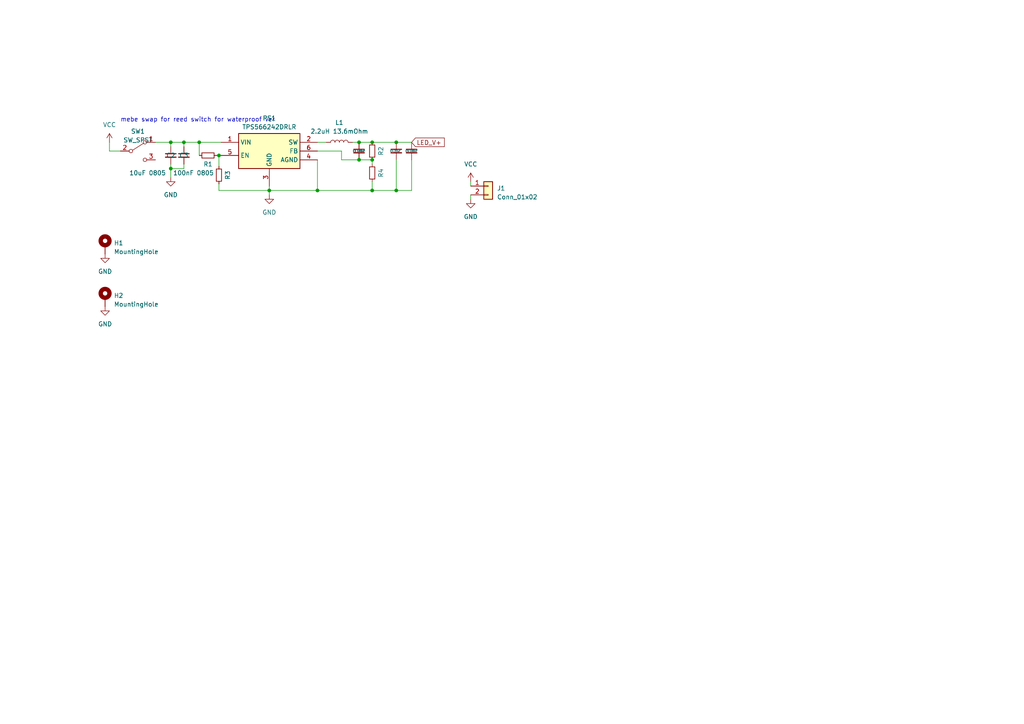
<source format=kicad_sch>
(kicad_sch (version 20230121) (generator eeschema)
  (paper "A4")
  (lib_symbols
    (symbol "Connector_Generic:Conn_01x02" (pin_names (offset 1.016) hide)
      (property "Reference" "J" (at 0 2.54 0))
      (property "Value" "Conn_01x02" (at 0 -5.08 0))
      (symbol "Conn_01x02_1_1"
        (rectangle (start -1.27 -2.413) (end 0 -2.667) (stroke (width 0.1524)))
        (rectangle (start -1.27 0.127) (end 0 -0.127) (stroke (width 0.1524)))
        (rectangle (start -1.27 1.27) (end 1.27 -3.81) (stroke (width 0.254)) (fill (type background)))
        (pin passive line (at -5.08 0 0) (length 3.81) (name "Pin_1") (number "1"))
        (pin passive line (at -5.08 -2.54 0) (length 3.81) (name "Pin_2") (number "2"))
      )
    )
    (symbol "Device:C_Small" (pin_numbers hide) (pin_names (offset 0.254) hide)
      (property "Reference" "C" (at 0.254 1.778 0))
      (property "Value" "C_Small" (at 0.254 -2.032 0))
      (symbol "C_Small_0_1"
        (polyline (pts (xy -1.524 -0.508) (xy 1.524 -0.508)) (stroke (width 0.3302)))
        (polyline (pts (xy -1.524 0.508) (xy 1.524 0.508)) (stroke (width 0.3048)))
      )
      (symbol "C_Small_1_1"
        (pin passive line (at 0 2.54 270) (length 2.032) (name "~") (number "1"))
        (pin passive line (at 0 -2.54 90) (length 2.032) (name "~") (number "2"))
      )
    )
    (symbol "Device:L" (pin_numbers hide) (pin_names (offset 1.016) hide)
      (property "Reference" "L" (at -1.27 0 90))
      (property "Value" "L" (at 1.905 0 90))
      (symbol "L_0_1"
        (arc (start 0 -2.54) (mid 0.6323 -1.905) (end 0 -1.27))
        (arc (start 0 -1.27) (mid 0.6323 -0.635) (end 0 0))
        (arc (start 0 0) (mid 0.6323 0.635) (end 0 1.27))
        (arc (start 0 1.27) (mid 0.6323 1.905) (end 0 2.54))
      )
      (symbol "L_1_1"
        (pin passive line (at 0 3.81 270) (length 1.27) (name "1") (number "1"))
        (pin passive line (at 0 -3.81 90) (length 1.27) (name "2") (number "2"))
      )
    )
    (symbol "Device:R_Small" (pin_numbers hide) (pin_names (offset 0.254) hide)
      (property "Reference" "R" (at 0.762 0.508 0))
      (property "Value" "R_Small" (at 0.762 -1.016 0))
      (symbol "R_Small_0_1"
        (rectangle (start -0.762 1.778) (end 0.762 -1.778) (stroke (width 0.2032)))
      )
      (symbol "R_Small_1_1"
        (pin passive line (at 0 2.54 270) (length 0.762) (name "~") (number "1"))
        (pin passive line (at 0 -2.54 90) (length 0.762) (name "~") (number "2"))
      )
    )
    (symbol "Mechanical:MountingHole_Pad" (pin_numbers hide) (pin_names (offset 1.016) hide)
      (property "Reference" "H" (at 0 6.35 0))
      (property "Value" "MountingHole_Pad" (at 0 4.445 0))
      (symbol "MountingHole_Pad_0_1"
        (circle (center 0 1.27) (radius 1.27) (stroke (width 1.27)))
      )
      (symbol "MountingHole_Pad_1_1"
        (pin input line (at 0 -2.54 90) (length 2.54) (name "1") (number "1"))
      )
    )
    (symbol "Switch:SW_SPDT" (pin_names (offset 0) hide)
      (property "Reference" "SW" (at 0 4.318 0))
      (property "Value" "SW_SPDT" (at 0 -5.08 0))
      (symbol "SW_SPDT_0_0"
        (circle (center -2.032 0) (radius 0.508))
        (circle (center 2.032 -2.54) (radius 0.508))
      )
      (symbol "SW_SPDT_0_1"
        (polyline (pts (xy -1.524 0.254) (xy 1.651 2.286)))
        (circle (center 2.032 2.54) (radius 0.508))
      )
      (symbol "SW_SPDT_1_1"
        (pin passive line (at 5.08 2.54 180) (length 2.54) (name "A") (number "1"))
        (pin passive line (at -5.08 0 0) (length 2.54) (name "B") (number "2"))
        (pin passive line (at 5.08 -2.54 180) (length 2.54) (name "C") (number "3"))
      )
    )
    (symbol "TPS566242DRLR:TPS566242DRLR"
      (property "Reference" "PS1" (at 13.97 6.985 0))
      (property "Value" "TPS566242DRLR" (at 13.97 4.445 0))
      (symbol "TPS566242DRLR_1_1"
        (rectangle (start 5.08 2.54) (end 22.86 -7.62) (stroke (width 0.254)) (fill (type background)))
        (pin power_in line (at 0 0 0) (length 5.08) (name "VIN") (number "1"))
        (pin input line (at 27.94 0 180) (length 5.08) (name "SW") (number "2"))
        (pin power_in line (at 13.97 -12.7 90) (length 5.08) (name "GND") (number "3"))
        (pin power_in line (at 27.94 -5.08 180) (length 5.08) (name "AGND") (number "4"))
        (pin input line (at 0 -3.81 0) (length 5.08) (name "EN") (number "5"))
        (pin input line (at 27.94 -2.54 180) (length 5.08) (name "FB") (number "6"))
      )
    )
    (symbol "power:GND" (power) (pin_names (offset 0))
      (property "Value" "GND" (at 0 -3.81 0))
      (symbol "GND_0_1"
        (polyline (pts (xy 0 0) (xy 0 -1.27) (xy 1.27 -1.27) (xy 0 -2.54) (xy -1.27 -1.27) (xy 0 -1.27)))
      )
      (symbol "GND_1_1"
        (pin power_in line (at 0 0 270) (length 0) hide (name "GND") (number "1"))
      )
    )
    (symbol "power:VCC" (power) (pin_names (offset 0))
      (property "Value" "VCC" (at 0 3.81 0))
      (symbol "VCC_0_1"
        (polyline (pts (xy -0.762 1.27) (xy 0 2.54)))
        (polyline (pts (xy 0 0) (xy 0 2.54)))
        (polyline (pts (xy 0 2.54) (xy 0.762 1.27)))
      )
      (symbol "VCC_1_1"
        (pin power_in line (at 0 0 90) (length 0) hide (name "VCC") (number "1"))
      )
    )
  )
  (junction (at 114.935 55.245))
  (junction (at 104.14 46.355))
  (junction (at 114.935 41.275))
  (junction (at 49.53 48.895))
  (junction (at 57.785 41.275))
  (junction (at 53.34 41.275))
  (junction (at 92.075 55.245))
  (junction (at 49.53 41.275))
  (junction (at 78.105 55.245))
  (junction (at 63.5 45.085))
  (junction (at 107.95 46.355))
  (junction (at 104.14 41.275))
  (junction (at 107.95 55.245))
  (junction (at 107.95 41.275))
  (wire (pts (xy 119.38 46.355) (xy 119.38 55.245)))
  (wire (pts (xy 107.95 55.245) (xy 107.95 52.705)))
  (wire (pts (xy 94.615 41.275) (xy 92.075 41.275)))
  (wire (pts (xy 49.53 48.895) (xy 49.53 47.625)))
  (wire (pts (xy 63.5 53.34) (xy 63.5 55.245)))
  (wire (pts (xy 63.5 55.245) (xy 78.105 55.245)))
  (wire (pts (xy 107.95 46.355) (xy 107.95 47.625)))
  (wire (pts (xy 31.75 43.815) (xy 34.925 43.815)))
  (wire (pts (xy 53.34 48.895) (xy 53.34 47.625)))
  (wire (pts (xy 136.525 56.515) (xy 136.525 57.785)))
  (wire (pts (xy 57.785 41.275) (xy 57.785 45.085)))
  (wire (pts (xy 45.085 41.275) (xy 49.53 41.275)))
  (wire (pts (xy 78.105 56.515) (xy 78.105 55.245)))
  (wire (pts (xy 62.865 45.085) (xy 63.5 45.085)))
  (wire (pts (xy 49.53 42.545) (xy 49.53 41.275)))
  (wire (pts (xy 49.53 48.895) (xy 53.34 48.895)))
  (wire (pts (xy 99.06 43.815) (xy 99.06 46.355)))
  (wire (pts (xy 92.075 46.355) (xy 92.075 55.245)))
  (wire (pts (xy 107.95 41.275) (xy 114.935 41.275)))
  (wire (pts (xy 57.785 41.275) (xy 64.135 41.275)))
  (wire (pts (xy 92.075 43.815) (xy 99.06 43.815)))
  (wire (pts (xy 53.34 41.275) (xy 53.34 42.545)))
  (wire (pts (xy 114.935 41.275) (xy 119.38 41.275)))
  (wire (pts (xy 49.53 51.435) (xy 49.53 48.895)))
  (wire (pts (xy 99.06 46.355) (xy 104.14 46.355)))
  (wire (pts (xy 114.935 55.245) (xy 107.95 55.245)))
  (wire (pts (xy 78.105 53.975) (xy 78.105 55.245)))
  (wire (pts (xy 63.5 45.085) (xy 64.135 45.085)))
  (wire (pts (xy 53.34 41.275) (xy 57.785 41.275)))
  (wire (pts (xy 104.14 46.355) (xy 107.95 46.355)))
  (wire (pts (xy 104.14 41.275) (xy 107.95 41.275)))
  (wire (pts (xy 92.075 55.245) (xy 107.95 55.245)))
  (wire (pts (xy 136.525 52.705) (xy 136.525 53.975)))
  (wire (pts (xy 78.105 55.245) (xy 92.075 55.245)))
  (wire (pts (xy 31.75 43.815) (xy 31.75 41.275)))
  (wire (pts (xy 114.935 46.355) (xy 114.935 55.245)))
  (wire (pts (xy 49.53 41.275) (xy 53.34 41.275)))
  (wire (pts (xy 114.935 55.245) (xy 119.38 55.245)))
  (wire (pts (xy 104.14 41.275) (xy 102.235 41.275)))
  (wire (pts (xy 63.5 48.26) (xy 63.5 45.085)))
  (text "mebe swap for reed switch for waterproof ver" (at 34.925 35.56 0) (effects (font (size 1.27 1.27)) (justify left bottom)))
  (global_label "LED_V+" (shape input) (at 119.38 41.275 0) (property "Intersheetrefs" "${INTERSHEET_REFS}" (effects hide)))
  (symbol (lib_id "power:VCC") (at 31.75 41.275 0) (unit 1)
    (property "Reference" "#PWR03" (effects hide))
    (property "Value" "VCC" (at 31.75 36.195 0))
  )
  (symbol (lib_id "power:GND") (at 30.48 73.66 0) (unit 1)
    (property "Reference" "#PWR08" (effects hide))
    (property "Value" "GND" (at 30.48 78.74 0))
  )
  (symbol (lib_id "Mechanical:MountingHole_Pad") (at 30.48 71.12 0) (unit 1)
    (property "Reference" "H1" (at 33.02 70.485 0) (effects (justify left)))
    (property "Value" "MountingHole" (at 33.02 73.025 0) (effects (justify left)))
    (property "Footprint" "MountingHole:MountingHole_2.2mm_M2_DIN965_Pad" (effects hide))
  )
  (symbol (lib_id "Switch:SW_SPDT") (at 40.005 43.815 0) (unit 1)
    (property "Reference" "SW1" (at 40.005 38.1 0))
    (property "Value" "SW_SPST" (at 40.005 40.64 0))
    (property "Footprint" "Connector_Wire:SolderWire-0.1sqmm_1x03_P3.6mm_D0.4mm_OD1mm" (effects hide))
  )
  (symbol (lib_id "power:GND") (at 49.53 51.435 0) (unit 1)
    (property "Reference" "#PWR02" (effects hide))
    (property "Value" "GND" (at 49.53 56.515 0))
  )
  (symbol (lib_id "TPS566242DRLR:TPS566242DRLR") (at 64.135 41.275 0) (unit 1)
    (property "Reference" "PS1" (at 78.105 34.29 0))
    (property "Value" "TPS566242DRLR" (at 78.105 36.83 0))
    (property "Footprint" "Package_TO_SOT_SMD:SOT-563" (effects hide))
    (property "Datasheet" "https://www.ti.com/lit/ds/symlink/tps566242.pdf" (effects hide))
    (property "Height" "0.6" (effects hide))
    (property "Mouser Part Number" "595-TPS566242DRLR" (effects hide))
    (property "Mouser Price/Stock" "https://www.mouser.co.uk/ProductDetail/Texas-Instruments/TPS566242DRLR?qs=t7xnP681wgXuE6iKRfU8aQ%3D%3D" (effects hide))
    (property "Manufacturer_Name" "Texas Instruments" (effects hide))
    (property "Manufacturer_Part_Number" "TPS566242DRLR" (effects hide))
  )
  (symbol (lib_id "Mechanical:MountingHole_Pad") (at 30.48 86.36 0) (unit 1)
    (property "Reference" "H2" (at 33.02 85.725 0) (effects (justify left)))
    (property "Value" "MountingHole" (at 33.02 88.265 0) (effects (justify left)))
    (property "Footprint" "MountingHole:MountingHole_2.2mm_M2_DIN965_Pad" (effects hide))
  )
  (symbol (lib_id "Device:L") (at 98.425 41.275 90) (unit 1)
    (property "Reference" "L1" (at 98.425 35.56 90))
    (property "Value" "2.2uH 13.6mOhm" (at 98.425 38.1 90))
  )
  (symbol (lib_id "Device:C_Small") (at 114.935 43.815 0) (unit 1)
    (property "Reference" "C4" (at 113.665 43.815 0) (effects (font (size 0.5 0.5))))
    (property "Value" "22uF" (at 114.3 43.815 0) (effects (font (size 0.5 0.5)) (justify left)))
    (property "Footprint" "Capacitor_SMD:C_0805_2012Metric" (effects hide))
  )
  (symbol (lib_id "power:GND") (at 30.48 88.9 0) (unit 1)
    (property "Reference" "#PWR09" (effects hide))
    (property "Value" "GND" (at 30.48 93.98 0))
  )
  (symbol (lib_id "power:VCC") (at 136.525 52.705 0) (unit 1)
    (property "Reference" "#PWR01" (effects hide))
    (property "Value" "VCC" (at 136.525 47.625 0))
  )
  (symbol (lib_id "Device:R_Small") (at 107.95 43.815 0) (unit 1)
    (property "Reference" "R2" (at 110.49 43.815 90))
    (property "Value" "120K 0805" (effects hide))
    (property "Footprint" "Resistor_SMD:R_0805_2012Metric" (effects hide))
  )
  (symbol (lib_id "Device:R_Small") (at 107.95 50.165 0) (unit 1)
    (property "Reference" "R4" (at 110.49 50.165 90))
    (property "Value" "30K 0805" (effects hide))
    (property "Footprint" "Resistor_SMD:R_0805_2012Metric" (effects hide))
  )
  (symbol (lib_id "Device:C_Small") (at 104.14 43.815 0) (unit 1)
    (property "Reference" "C1" (at 102.87 43.815 0) (effects (font (size 0.5 0.5))))
    (property "Value" "100nF" (at 103.505 43.815 0) (effects (font (size 0.5 0.5)) (justify left)))
    (property "Footprint" "Capacitor_SMD:C_0805_2012Metric" (effects hide))
  )
  (symbol (lib_id "Connector_Generic:Conn_01x02") (at 141.605 53.975 0) (unit 1)
    (property "Reference" "J1" (at 144.145 54.61 0) (effects (justify left)))
    (property "Value" "Conn_01x02" (at 144.145 57.15 0) (effects (justify left)))
    (property "Footprint" "Connector_Wire:SolderWire-2sqmm_1x02_P7.8mm_D2mm_OD3.9mm" (effects hide))
  )
  (symbol (lib_id "Device:C_Small") (at 53.34 45.085 0) (unit 1)
    (property "Reference" "C3" (at 53.34 45.085 0))
    (property "Value" "100nF 0805" (at 50.165 50.165 0) (effects (justify left)))
    (property "Footprint" "Capacitor_SMD:C_0805_2012Metric" (effects hide))
  )
  (symbol (lib_id "Device:R_Small") (at 60.325 45.085 270) (unit 1)
    (property "Reference" "R1" (at 60.325 47.625 90))
    (property "Value" "100K 0805" (effects hide))
    (property "Footprint" "Resistor_SMD:R_0805_2012Metric" (effects hide))
  )
  (symbol (lib_id "Device:R_Small") (at 63.5 50.8 0) (unit 1)
    (property "Reference" "R3" (at 66.04 50.8 90))
    (property "Value" "23.2K 0805" (effects hide))
    (property "Footprint" "Resistor_SMD:R_0805_2012Metric" (effects hide))
  )
  (symbol (lib_id "Device:C_Small") (at 49.53 45.085 0) (unit 1)
    (property "Reference" "C2" (at 49.53 45.085 0))
    (property "Value" "10uF 0805" (at 37.465 50.165 0) (effects (justify left)))
    (property "Footprint" "Capacitor_SMD:C_0805_2012Metric" (effects hide))
  )
  (symbol (lib_id "Device:C_Small") (at 119.38 43.815 0) (unit 1)
    (property "Reference" "C5" (at 118.11 43.815 0) (effects (font (size 0.5 0.5))))
    (property "Value" "100nF" (at 118.745 43.815 0) (effects (font (size 0.5 0.5)) (justify left)))
    (property "Footprint" "Capacitor_SMD:C_0805_2012Metric" (effects hide))
  )
  (symbol (lib_id "power:GND") (at 78.105 56.515 0) (unit 1)
    (property "Reference" "#PWR06" (effects hide))
    (property "Value" "GND" (at 78.105 61.595 0))
  )
  (symbol (lib_id "power:GND") (at 136.525 57.785 0) (unit 1)
    (property "Reference" "#PWR07" (effects hide))
    (property "Value" "GND" (at 136.525 62.865 0))
  )
)
</source>
